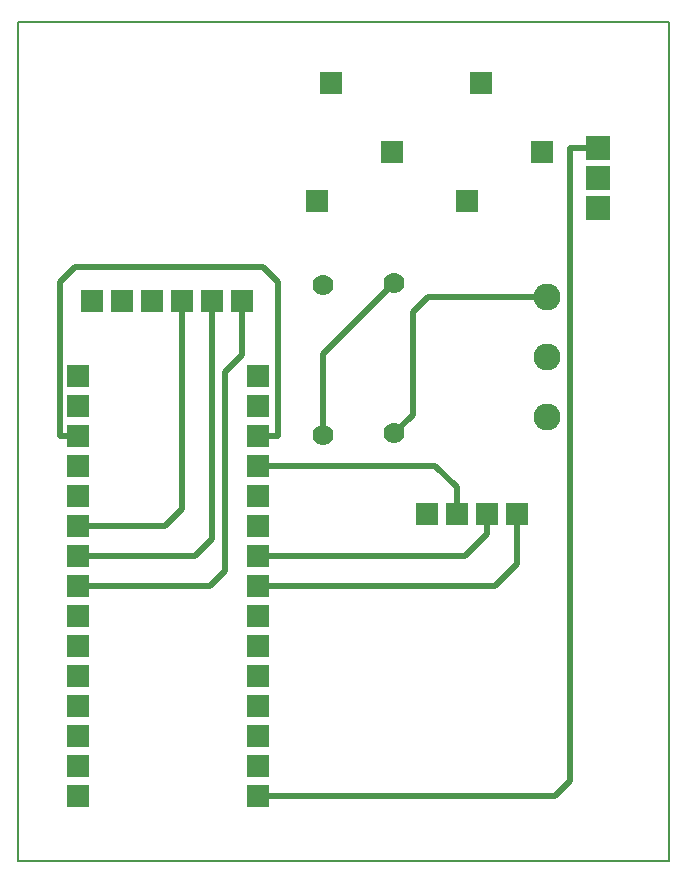
<source format=gbr>
G04 PROTEUS RS274X GERBER FILE*
%FSLAX45Y45*%
%MOMM*%
G01*
%ADD11C,0.508000*%
%ADD12R,1.905000X1.905000*%
%ADD13C,2.286000*%
%ADD14R,2.032000X2.032000*%
%ADD15C,1.778000*%
%ADD16C,0.203200*%
D11*
X-864000Y-7648000D02*
X+1651000Y-7648000D01*
X+1778000Y-7521000D01*
X+1778000Y-2163000D01*
X+2014000Y-2163000D01*
X-311400Y-4598700D02*
X-311400Y-3910400D01*
X+290000Y-3309000D01*
X+290000Y-4579000D02*
X+444500Y-4424500D01*
X+444500Y-3556000D01*
X+573800Y-3426700D01*
X+1585000Y-3426700D01*
X-864000Y-5870000D02*
X+1143000Y-5870000D01*
X+1326300Y-5686700D01*
X+1326300Y-5260300D01*
X-864000Y-5616000D02*
X+889000Y-5616000D01*
X+1072300Y-5432700D01*
X+1072300Y-5260300D01*
X-864000Y-4854000D02*
X+635000Y-4854000D01*
X+818300Y-5037300D01*
X+818300Y-5260300D01*
X-2388000Y-4600000D02*
X-2540000Y-4600000D01*
X-2540000Y-3302000D01*
X-2413000Y-3175000D01*
X-825500Y-3175000D01*
X-698500Y-3302000D01*
X-698500Y-4600000D01*
X-864000Y-4600000D01*
X-2388000Y-5870000D02*
X-1270000Y-5870000D01*
X-1143000Y-5743000D01*
X-1143000Y-4064000D01*
X-1001000Y-3922000D01*
X-1001000Y-3457000D01*
X-2388000Y-5616000D02*
X-1397000Y-5616000D01*
X-1255000Y-5474000D01*
X-1255000Y-3457000D01*
X-2388000Y-5362000D02*
X-1651000Y-5362000D01*
X-1509000Y-5220000D01*
X-1509000Y-3457000D01*
D12*
X-864000Y-7648000D03*
X-864000Y-7394000D03*
X-864000Y-7140000D03*
X-864000Y-6886000D03*
X-864000Y-6632000D03*
X-864000Y-6378000D03*
X-864000Y-6124000D03*
X-864000Y-5870000D03*
X-864000Y-5616000D03*
X-864000Y-5362000D03*
X-864000Y-5108000D03*
X-864000Y-4854000D03*
X-864000Y-4600000D03*
X-864000Y-4346000D03*
X-864000Y-4092000D03*
X-2388000Y-4092000D03*
X-2388000Y-4346000D03*
X-2388000Y-4600000D03*
X-2388000Y-4854000D03*
X-2388000Y-5108000D03*
X-2388000Y-5362000D03*
X-2388000Y-5616000D03*
X-2388000Y-5870000D03*
X-2388000Y-6124000D03*
X-2388000Y-6378000D03*
X-2388000Y-6632000D03*
X-2388000Y-6886000D03*
X-2388000Y-7140000D03*
X-2388000Y-7394000D03*
X-2388000Y-7648000D03*
X+564300Y-5260300D03*
X+818300Y-5260300D03*
X+1072300Y-5260300D03*
X+1326300Y-5260300D03*
X-2271000Y-3457000D03*
X-2017000Y-3457000D03*
X-1763000Y-3457000D03*
X-1509000Y-3457000D03*
X-1255000Y-3457000D03*
X-1001000Y-3457000D03*
D13*
X+1585000Y-3426700D03*
X+1585000Y-3934700D03*
X+1585000Y-4442700D03*
D12*
X+1536700Y-2197100D03*
X+266700Y-2197100D03*
X+904000Y-2611100D03*
X-366000Y-2611100D03*
D14*
X+2014000Y-2163000D03*
X+2014000Y-2417000D03*
X+2014000Y-2671000D03*
D12*
X+1021700Y-1617700D03*
X-248300Y-1617700D03*
D15*
X-311400Y-3328700D03*
X-311400Y-4598700D03*
X+290000Y-3309000D03*
X+290000Y-4579000D03*
D16*
X-2900000Y-8200000D02*
X+2613000Y-8200000D01*
X+2613000Y-1097600D01*
X-2900000Y-1097600D01*
X-2900000Y-8200000D01*
M02*

</source>
